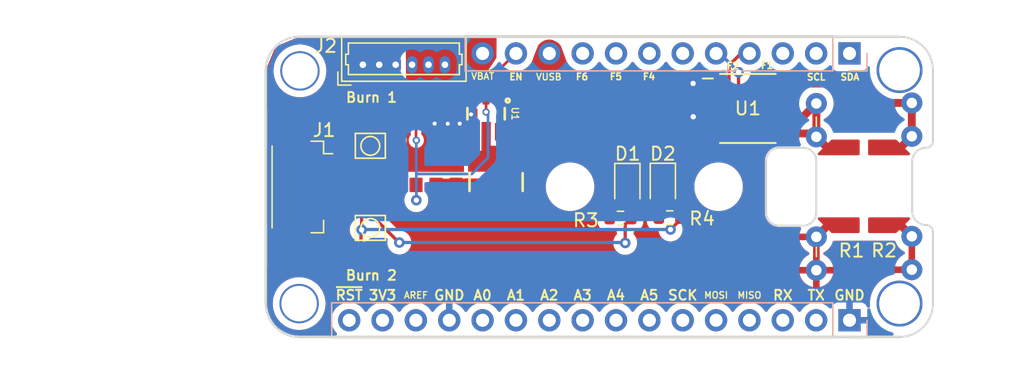
<source format=kicad_pcb>
(kicad_pcb (version 20240108) (generator "pcbnew") (generator_version "8.0")
  (layers (0 "F.Cu" mixed) (31 "B.Cu" signal) (34 "B.Paste" user) (35 "F.Paste" user) (36 "B.SilkS" user "B.Silkscreen") (37 "F.SilkS" user "F.Silkscreen") (38 "B.Mask" user) (39 "F.Mask" user) (44 "Edge.Cuts" user))
  (net 0 "")
  (net 1 "/TX")
  (net 2 "/RX")
  (net 3 "/MISO")
  (net 4 "/MOSI")
  (net 5 "/SCK")
  (net 6 "/A5")
  (net 7 "/A4")
  (net 8 "/A3")
  (net 9 "/A2")
  (net 10 "/A1")
  (net 11 "/A0")
  (net 12 "GND")
  (net 13 "/AREF")
  (net 14 "+3V3")
  (net 15 "/~{RST}")
  (net 16 "/SDA")
  (net 17 "/SCL")
  (net 18 "/F0")
  (net 19 "/F3")
  (net 20 "/F5")
  (net 21 "/F6")
  (net 22 "Vin")
  (net 23 "EN3V")
  (net 24 "IN1")
  (net 25 "IN2")
  (net 26 "Net-(D1-A)")
  (net 27 "Net-(D2-A)")
  (net 30 "Net-(R3-Pad2)")
  (net 31 "Net-(R4-Pad2)")
  (net 32 "unconnected-(U2-*INT{slash}SQW-Pad3)")
  (net 33 "+5V")
  (footprint "MountingHole:MountingHole_2.7mm_M2.5" (layer "F.Cu") (at 128 88)
    (property "Reference" "REF**" (hide yes))
    (property "Value" "MountingHole_2.7mm_M2.5")
    (pad "" np_thru_hole circle (at 0 0) (size 3 3) (drill 2.7) (layers "F&B.Cu" "*.Mask"))
  )
  (footprint "MountingHole:MountingHole_2.7mm_M2.5" (layer "F.Cu") (at 127.94 105.72)
    (property "Reference" "REF**" (hide yes))
    (property "Value" "MountingHole_2.6mm_M2.5" (hide yes))
    (pad "" np_thru_hole circle (at 0 0) (size 3 3) (drill 2.7) (layers "F&B.Cu" "*.Mask"))
  )
  (footprint "MountingHole:MountingHole_3.2mm_M3" (layer "F.Cu") (at 173.66 105.72)
    (property "Reference" "REF**" (hide yes))
    (property "Value" "MountingHole_3.1mm_M3")
    (pad "" np_thru_hole circle (at 0 0) (size 3.5 3.5) (drill 3.1) (layers "F&B.Cu" "*.Mask"))
  )
  (footprint "MountingHole:MountingHole_3.2mm_M3" (layer "F.Cu") (at 173.66 87.94)
    (property "Reference" "REF**" (hide yes))
    (property "Value" "MountingHole_3.1mm_M3")
    (pad "" np_thru_hole circle (at 0 0) (size 3.5 3.5) (drill 3.1) (layers "F&B.Cu" "*.Mask"))
  )
  (footprint "0603" (layer "F.Cu") (at 136.841 95.833 -90)
    (property "Reference" "R2" (hide yes))
    (property "Value" "100")
    (pad "1" smd roundrect (at -0.85 0 270) (size 1.1 1) (layers "F.Cu" "F.Paste" "F.Mask") (roundrect_rratio 0.0508) (net 12 "GND"))
    (pad "2" smd roundrect (at 0.85 0 270) (size 1.1 1) (layers "F.Cu" "F.Paste" "F.Mask") (roundrect_rratio 0.0508) (net 23 "EN3V"))
  )
  (footprint "LED_SMD:LED_0805_2012Metric" (layer "F.Cu") (at 152.935 96.732501 -90)
    (property "Reference" "D1" (at -2.420001 -0.02 0) (layer "F.SilkS"))
    (property "Value" "LED_RED_IN1" (hide yes))
    (fp_line (start -1.684999 0.96) (end 1 0.96) (stroke (width 0.12)) (layer "F.SilkS"))
    (fp_line (start -1.684999 -0.96) (end -1.684999 0.96) (stroke (width 0.12)) (layer "F.SilkS"))
    (fp_line (start 1 -0.96) (end -1.684999 -0.96) (stroke (width 0.12)) (layer "F.SilkS"))
    (pad "1" smd roundrect (at -0.937501 0 270) (size 0.975 1.4) (layers "F.Cu" "F.Paste" "F.Mask") (net 12 "GND"))
    (pad "2" smd roundrect (at 0.937501 0 270) (size 0.975 1.4) (layers "F.Cu" "F.Paste" "F.Mask") (net 26 "Net-(D1-A)"))
  )
  (footprint "Resistor_SMD:R_0603_1608Metric" (layer "F.Cu") (at 152.41 99.2125 180)
    (property "Reference" "R3" (at 2.64 -0.1675 0) (layer "F.SilkS"))
    (property "Value" "10" (hide yes))
    (fp_line (start -0.237258 0.5225) (end 0.237258 0.5225) (stroke (width 0.12)) (layer "F.SilkS"))
    (fp_line (start -0.237258 -0.5225) (end 0.237258 -0.5225) (stroke (width 0.12)) (layer "F.SilkS"))
    (pad "1" smd roundrect (at -0.825 0 180) (size 0.8 0.95) (layers "F.Cu" "F.Paste" "F.Mask") (net 24 "IN1"))
    (pad "2" smd roundrect (at 0.825 0 180) (size 0.8 0.95) (layers "F.Cu" "F.Paste" "F.Mask") (net 30 "Net-(R3-Pad2)"))
  )
  (footprint "SOT23-6" (layer "F.Cu") (at 142.175 91.261 180)
    (property "Reference" "U1" (at -1.905 0 -90) (layer "F.SilkS") (effects (font (size 0.512064 0.512064) (thickness 0.097536)) (justify bottom)))
    (property "Value" "BTS3405GXUMA1")
    (fp_line (start 1.4224 -0.4294) (end 1.4224 0.4294) (stroke (width 0.2032)) (layer "F.SilkS"))
    (fp_line (start -1.4224 0.4294) (end -1.4224 -0.4294) (stroke (width 0.2032)) (layer "F.SilkS"))
    (fp_circle (center -1.65 1) (end -1.5064 1) (stroke (width 0.2032)) (fill none) (layer "F.SilkS"))
    (pad "1" smd roundrect (at -0.95 1.3751 180) (size 0.55 1.35) (layers "F.Cu" "F.Paste" "F.Mask") (roundrect_rratio 0.09236363636) (net 33 "+5V"))
    (pad "2" smd roundrect (at 0 1.3751 180) (size 0.55 1.35) (layers "F.Cu" "F.Paste" "F.Mask") (roundrect_rratio 0.09236363636) (net 23 "EN3V"))
    (pad "3" smd roundrect (at 0.95 1.3751 180) (size 0.55 1.35) (layers "F.Cu" "F.Paste" "F.Mask") (roundrect_rratio 0.09236363636) (net 22 "Vin"))
    (pad "4" smd roundrect (at 0.95 -1.3751 180) (size 0.55 1.35) (layers "F.Cu" "F.Paste" "F.Mask") (roundrect_rratio 0.09236363636) (net 12 "GND"))
    (pad "5" smd roundrect (at 0 -1.3751 180) (size 0.55 1.35) (layers "F.Cu" "F.Paste" "F.Mask") (roundrect_rratio 0.09236363636) (net 22 "Vin"))
    (pad "6" smd roundrect (at -0.95 -1.3751 180) (size 0.55 1.35) (layers "F.Cu" "F.Paste" "F.Mask") (roundrect_rratio 0.09236363636) (net 31 "Net-(R4-Pad2)"))
  )
  (footprint "footprints2:PG-DSO-8-25_INF-L" (layer "F.Cu") (at 162.11 90.86)
    (property "Reference" "U1" (at 0 0 0) (layer "F.SilkS"))
    (property "Value" "BTS3405GXUMA1" (hide yes))
    (fp_line (start -2.1209 2.6289) (end 2.1209 2.6289) (stroke (width 0.1524)) (layer "F.SilkS"))
    (fp_line (start 2.1209 -2.6289) (end -2.1209 -2.6289) (stroke (width 0.1524)) (layer "F.SilkS"))
    (fp_text user "-" (at -3.045 -2.355 0) (layer "F.SilkS"))
    (pad "1" smd rect (at -2.6035 -1.905) (size 1.2954 0.508) (layers "F.Cu" "F.Paste" "F.Mask") (net 12 "GND"))
    (pad "2" smd rect (at -2.6035 -0.635) (size 1.2954 0.508) (layers "F.Cu" "F.Paste" "F.Mask") (net 24 "IN1"))
    (pad "3" smd rect (at -2.6035 0.635) (size 1.2954 0.508) (layers "F.Cu" "F.Paste" "F.Mask") (net 12 "GND"))
    (pad "4" smd rect (at -2.6035 1.905) (size 1.2954 0.508) (layers "F.Cu" "F.Paste" "F.Mask") (net 25 "IN2"))
    (pad "5" smd rect (at 2.6035 1.905) (size 1.2954 0.508) (layers "F.Cu" "F.Paste" "F.Mask") (net 26 "Net-(D1-A)"))
    (pad "6" smd rect (at 2.6035 0.635) (size 1.2954 0.508) (layers "F.Cu" "F.Paste" "F.Mask") (net 26 "Net-(D1-A)"))
    (pad "7" smd rect (at 2.6035 -0.635) (size 1.2954 0.508) (layers "F.Cu" "F.Paste" "F.Mask") (net 27 "Net-(D2-A)"))
    (pad "8" smd rect (at 2.6035 -1.905) (size 1.2954 0.508) (layers "F.Cu" "F.Paste" "F.Mask") (net 27 "Net-(D2-A)"))
  )
  (footprint "Resistor_THT:R_Axial_DIN0207_L6.3mm_D2.5mm_P7.62mm_Horizontal" (layer "F.Cu") (at 167.325 93.02 -90)
    (property "Reference" "R1" (hide yes))
    (property "Value" "100" (hide yes))
    (pad "1" thru_hole circle (at 0 0 270) (size 1.6 1.6) (drill 0.8) (layers "*.Cu" "*.Mask") (net 26 "Net-(D1-A)"))
    (pad "2" thru_hole oval (at 7.62 0 270) (size 1.6 1.6) (drill 0.8) (layers "*.Cu" "*.Mask") (net 33 "+5V"))
  )
  (footprint "Resistor_THT:R_Axial_DIN0207_L6.3mm_D2.5mm_P7.62mm_Horizontal" (layer "F.Cu") (at 174.595 92.98 -90)
    (property "Reference" "R2" (at 8.7 2.115 0) (layer "F.SilkS"))
    (property "Value" "100" (hide yes))
    (pad "1" thru_hole circle (at 0 0 270) (size 1.6 1.6) (drill 0.8) (layers "*.Cu" "*.Mask") (net 27 "Net-(D2-A)"))
    (pad "2" thru_hole oval (at 7.62 0 270) (size 1.6 1.6) (drill 0.8) (layers "*.Cu" "*.Mask") (net 33 "+5V"))
  )
  (footprint "MountingHole:MountingHole_3.2mm_M3" (layer "F.Cu") (at 105.41 96.82)
    (property "Reference" "REF**" (hide yes))
    (property "Value" "MountingHole_3.2mm_M3" (hide yes))
    (pad "" np_thru_hole circle (at 54.47 0) (size 3.2 3.2) (drill 3.2) (layers "F&B.Cu" "*.Mask"))
  )
  (footprint "0603" (layer "F.Cu") (at 139.889 95.833 90)
    (property "Reference" "C4" (hide yes))
    (property "Value" "22uF")
    (pad "1" smd roundrect (at -0.85 0 90) (size 1.1 1) (layers "F.Cu" "F.Paste" "F.Mask") (roundrect_rratio 0.0508) (net 33 "+5V"))
    (pad "2" smd roundrect (at 0.85 0 90) (size 1.1 1) (layers "F.Cu" "F.Paste" "F.Mask") (roundrect_rratio 0.0508) (net 12 "GND"))
  )
  (footprint "Connector_Molex:Molex_PicoBlade_53047-0610_1x06_P1.25mm_Vertical" (layer "F.Cu") (at 132.79 87.53)
    (property "Reference" "J2" (at -2.83 -1.43 0) (layer "F.SilkS"))
    (property "Value" "Molex_PicoBlade_53047-0610_1x06_P1.25mm_Vertical" (hide yes))
    (fp_line (start -1.9 1.55) (end -1.9 0.55) (stroke (width 0.12)) (layer "F.SilkS"))
    (fp_line (start -1.9 1.55) (end -0.9 1.55) (stroke (width 0.12)) (layer "F.SilkS"))
    (fp_line (start -1.61 -2.16) (end -1.61 1.26) (stroke (width 0.12)) (layer "F.SilkS"))
    (fp_line (start -1.61 1.26) (end 7.86 1.26) (stroke (width 0.12)) (layer "F.SilkS"))
    (fp_line (start -1.3 -0.8) (end -1.1 -0.8) (stroke (width 0.12)) (layer "F.SilkS"))
    (fp_line (start -1.3 0) (end -1.3 -0.8) (stroke (width 0.12)) (layer "F.SilkS"))
    (fp_line (start -1.1 -1.65) (end 3.125 -1.65) (stroke (width 0.12)) (layer "F.SilkS"))
    (fp_line (start -1.1 -0.8) (end -1.1 -1.65) (stroke (width 0.12)) (layer "F.SilkS"))
    (fp_line (start -1.1 0) (end -1.3 0) (stroke (width 0.12)) (layer "F.SilkS"))
    (fp_line (start -1.1 0.75) (end -1.1 0) (stroke (width 0.12)) (layer "F.SilkS"))
    (fp_line (start 3.125 0.75) (end -1.1 0.75) (stroke (width 0.12)) (layer "F.SilkS"))
    (fp_line (start 3.125 0.75) (end 7.35 0.75) (stroke (width 0.12)) (layer "F.SilkS"))
    (fp_line (start 7.35 -1.65) (end 3.125 -1.65) (stroke (width 0.12)) (layer "F.SilkS"))
    (fp_line (start 7.35 -0.8) (end 7.35 -1.65) (stroke (width 0.12)) (layer "F.SilkS"))
    (fp_line (start 7.35 0) (end 7.55 0) (stroke (width 0.12)) (layer "F.SilkS"))
    (fp_line (start 7.35 0.75) (end 7.35 0) (stroke (width 0.12)) (layer "F.SilkS"))
    (fp_line (start 7.55 -0.8) (end 7.35 -0.8) (stroke (width 0.12)) (layer "F.SilkS"))
    (fp_line (start 7.55 0) (end 7.55 -0.8) (stroke (width 0.12)) (layer "F.SilkS"))
    (fp_line (start 7.86 -2.16) (end -1.61 -2.16) (stroke (width 0.12)) (layer "F.SilkS"))
    (fp_line (start 7.86 1.26) (end 7.86 -2.16) (stroke (width 0.12)) (layer "F.SilkS"))
    (pad "1" thru_hole roundrect (at 0 0) (size 0.8 1.3) (drill 0.5) (layers "*.Cu" "*.Mask") (net 12 "GND"))
    (pad "2" thru_hole oval (at 1.25 0) (size 0.8 1.3) (drill 0.5) (layers "*.Cu" "*.Mask") (net 12 "GND"))
    (pad "3" thru_hole oval (at 2.5 0) (size 0.8 1.3) (drill 0.5) (layers "*.Cu" "*.Mask") (net 12 "GND"))
    (pad "4" thru_hole oval (at 3.75 0) (size 0.8 1.3) (drill 0.5) (layers "*.Cu" "*.Mask") (net 22 "Vin"))
    (pad "5" thru_hole oval (at 5 0) (size 0.8 1.3) (drill 0.5) (layers "*.Cu" "*.Mask") (net 22 "Vin"))
    (pad "6" thru_hole oval (at 6.25 0) (size 0.8 1.3) (drill 0.5) (layers "*.Cu" "*.Mask") (net 22 "Vin"))
  )
  (footprint "1210" (layer "F.Cu") (at 139.254 91.515 -90)
    (property "Reference" "C1" (hide yes))
    (property "Value" "10uF")
    (pad "" smd roundrect (at -1.755 0 270) (size 1.27 2.06) (layers "F.Cu" "F.Paste" "F.Mask") (roundrect_rratio 0.04) (net 22 "Vin"))
    (pad "2" smd roundrect (at 1.755 0 270) (size 1.27 2.06) (layers "F.Cu" "F.Paste" "F.Mask") (roundrect_rratio 0.04) (net 12 "GND"))
  )
  (footprint "0603" (layer "F.Cu") (at 138.365 95.833 90)
    (property "Reference" "C3" (hide yes))
    (property "Value" "0.1uF")
    (pad "1" smd roundrect (at -0.85 0 90) (size 1.1 1) (layers "F.Cu" "F.Paste" "F.Mask") (roundrect_rratio 0.0508) (net 33 "+5V"))
    (pad "2" smd roundrect (at 0.85 0 90) (size 1.1 1) (layers "F.Cu" "F.Paste" "F.Mask") (roundrect_rratio 0.0508) (net 12 "GND"))
  )
  (footprint "0603" (layer "F.Cu") (at 144.588 92.404 -90)
    (property "Reference" "C2" (hide yes))
    (property "Value" "0.1uF")
    (pad "1" smd roundrect (at -0.85 0 270) (size 1.1 1) (layers "F.Cu" "F.Paste" "F.Mask") (roundrect_rratio 0.0508))
    (pad "2" smd roundrect (at 0.85 0 270) (size 1.1 1) (layers "F.Cu" "F.Paste" "F.Mask") (roundrect_rratio 0.0508) (net 22 "Vin"))
  )
  (footprint "boron-v1.00:TACTILE_SWITCH_SMD" (layer "F.Cu") (at 133.36 99.96 -90)
    (property "Reference" "Burn 2" (at 4.05 1.95 0) (layer "F.SilkS") (effects (font (size 0.75 0.75) (thickness 0.15) (bold yes)) (justify left bottom)))
    (property "Value" "")
    (fp_line (start -0.9398 1.143) (end 0.9398 1.143) (stroke (width 0.127)) (layer "F.SilkS"))
    (fp_line (start 0.9398 1.143) (end 0.9398 -1.143) (stroke (width 0.127)) (layer "F.SilkS"))
    (fp_line (start -0.9492 1.1336) (end -0.9398 1.143) (stroke (width 0.127)) (layer "F.SilkS"))
    (fp_line (start 0.9398 -1.143) (end -0.9398 -1.143) (stroke (width 0.127)) (layer "F.SilkS"))
    (fp_line (start -0.9492 -1.1444) (end -0.9492 1.1336) (stroke (width 0.127)) (layer "F.SilkS"))
    (fp_circle (center 0 0) (end 0.715268 0) (stroke (width 0.127)) (fill none) (layer "F.SilkS"))
    (pad "1" smd rect (at -1.875 -0.775) (size 0.65 1.25) (layers "F.Cu" "F.Paste" "F.Mask") (net 33 "+5V"))
    (pad "2" smd rect (at 1.875 -0.775) (size 0.65 1.25) (layers "F.Cu" "F.Paste" "F.Mask") (net 33 "+5V"))
    (pad "3" smd rect (at -1.875 0.775) (size 0.65 1.25) (layers "F.Cu" "F.Paste" "F.Mask") (net 25 "IN2"))
    (pad "4" smd rect (at 1.875 0.775) (size 0.65 1.25) (layers "F.Cu" "F.Paste" "F.Mask") (net 25 "IN2"))
  )
  (footprint "MountingHole:MountingHole_3.2mm_M3" (layer "F.Cu") (at 132.57 96.82 -90)
    (property "Reference" "REF**" (hide yes))
    (property "Value" "MountingHole_3.2mm_M3" (hide yes))
    (pad "" np_thru_hole circle (at 0 -16 270) (size 3.2 3.2) (drill 3.2) (layers "F&B.Cu" "*.Mask"))
  )
  (footprint "Resistor_SMD:R_0603_1608Metric" (layer "F.Cu") (at 156.155 99.18 180)
    (property "Reference" "R4" (at -2.465 -0.07 0) (layer "F.SilkS"))
    (property "Value" "10" (hide yes))
    (fp_line (start -0.237258 0.5225) (end 0.237258 0.5225) (stroke (width 0.12)) (layer "F.SilkS"))
    (fp_line (start -0.237258 -0.5225) (end 0.237258 -0.5225) (stroke (width 0.12)) (layer "F.SilkS"))
    (pad "1" smd roundrect (at -0.825 0 180) (size 0.8 0.95) (layers "F.Cu" "F.Paste" "F.Mask") (net 25 "IN2"))
    (pad "2" smd roundrect (at 0.825 0 180) (size 0.8 0.95) (layers "F.Cu" "F.Paste" "F.Mask") (net 31 "Net-(R4-Pad2)"))
  )
  (footprint "Resistor_THT:R_Axial_DIN0309_L9.0mm_D3.2mm_P12.70mm_Horizontal" (layer "F.Cu") (at 174.595 90.44 -90)
    (property "Reference" "REF**" (hide yes))
    (property "Value" "R_Axial_DIN0309_L9.0mm_D3.2mm_P12.70mm_Horizontal" (hide yes))
    (pad "1" thru_hole circle (at 0 0 270) (size 1.6 1.6) (drill 0.8) (layers "*.Cu" "*.Mask") (net 27 "Net-(D2-A)"))
    (pad "2" thru_hole oval (at 12.7 0 270) (size 1.6 1.6) (drill 0.8) (layers "*.Cu" "*.Mask") (net 33 "+5V"))
  )
  (footprint "boron-v1.00:TACTILE_SWITCH_SMD" (layer "F.Cu") (at 133.36 93.71 -90)
    (property "Reference" "Burn 1" (at -3.25 1.94 0) (layer "F.SilkS") (effects (font (size 0.75 0.75) (thickness 0.15) (bold yes)) (justify left bottom)))
    (property "Value" "")
    (fp_line (start -0.9398 1.143) (end 0.9398 1.143) (stroke (width 0.127)) (layer "F.SilkS"))
    (fp_line (start 0.9398 1.143) (end 0.9398 -1.143) (stroke (width 0.127)) (layer "F.SilkS"))
    (fp_line (start -0.9492 1.1336) (end -0.9398 1.143) (stroke (width 0.127)) (layer "F.SilkS"))
    (fp_line (start 0.9398 -1.143) (end -0.9398 -1.143) (stroke (width 0.127)) (layer "F.SilkS"))
    (fp_line (start -0.9492 -1.1444) (end -0.9492 1.1336) (stroke (width 0.127)) (layer "F.SilkS"))
    (fp_circle (center 0 0) (end 0.715268 0) (stroke (width 0.127)) (fill none) (layer "F.SilkS"))
    (pad "1" smd rect (at -1.875 -0.775) (size 0.65 1.25) (layers "F.Cu" "F.Paste" "F.Mask") (net 33 "+5V"))
    (pad "2" smd rect (at 1.875 -0.775) (size 0.65 1.25) (layers "F.Cu" "F.Paste" "F.Mask") (net 33 "+5V"))
    (pad "3" smd rect (at -1.875 0.775) (size 0.65 1.25) (layers "F.Cu" "F.Paste" "F.Mask") (net 24 "IN1"))
    (pad "4" smd rect (at 1.875 0.775) (size 0.65 1.25) (layers "F.Cu" "F.Paste" "F.Mask") (net 24 "IN1"))
  )
  (footprint "LED_SMD:LED_0805_2012Metric" (layer "F.Cu") (at 155.635 96.72 -90)
    (property "Reference" "D2" (at -2.41 0 0) (layer "F.SilkS"))
    (property "Value" "LED_RED_IN2" (hide yes))
    (fp_line (start -1.685 0.96) (end 1 0.96) (stroke (width 0.12)) (layer "F.SilkS"))
    (fp_line (start -1.685 -0.96) (end -1.685 0.96) (stroke (width 0.12)) (layer "F.SilkS"))
    (fp_line (start 1 -0.96) (end -1.685 -0.96) (stroke (width 0.12)) (layer "F.SilkS"))
    (pad "1" smd roundrect (at -0.9375 0 270) (size 0.975 1.4) (layers "F.Cu" "F.Paste" "F.Mask") (net 12 "GND"))
    (pad "2" smd roundrect (at 0.9375 0 270) (size 0.975 1.4) (layers "F.Cu" "F.Paste" "F.Mask") (net 27 "Net-(D2-A)"))
  )
  (footprint "Connector_Molex:Molex_PicoBlade_53398-0471_1x04-1MP_P1.25mm_Vertical" (layer "F.Cu") (at 128.59 96.84 -90)
    (property "Reference" "J1" (at -4.33 -1.25 0) (layer "F.SilkS"))
    (property "Value" "Molex_PicoBlade_53398-0471_1x04-1MP_P1.25mm_Vertical" (hide yes))
    (fp_line (start -3.115 2.71) (end 3.115 2.71) (stroke (width 0.12)) (layer "F.SilkS"))
    (fp_line (start -3.485 -0.26) (end -3.485 -1.21) (stroke (width 0.12)) (layer "F.SilkS"))
    (fp_line (start 3.485 -0.26) (end 3.485 -1.21) (stroke (width 0.12)) (layer "F.SilkS"))
    (fp_line (start -3.485 -1.21) (end -2.535 -1.21) (stroke (width 0.12)) (layer "F.SilkS"))
    (fp_line (start -2.535 -1.21) (end -2.535 -1.9) (stroke (width 0.12)) (layer "F.SilkS"))
    (fp_line (start 3.485 -1.21) (end 2.535 -1.21) (stroke (width 0.12)) (layer "F.SilkS"))
    (pad "1" smd roundrect (at -1.875 -1.25 270) (size 0.8 1.3) (layers "F.Cu" "F.Paste" "F.Mask") (net 24 "IN1"))
    (pad "2" smd roundrect (at -0.625 -1.25 270) (size 0.8 1.3) (layers "F.Cu" "F.Paste" "F.Mask") (net 25 "IN2"))
    (pad "3" smd roundrect (at 0.625 -1.25 270) (size 0.8 1.3) (layers "F.Cu" "F.Paste" "F.Mask"))
    (pad "4" smd roundrect (at 1.875 -1.25 270) (size 0.8 1.3) (layers "F.Cu" "F.Paste" "F.Mask"))
    (pad "MP" smd roundrect (at -4.425 1.5 270) (size 2.1 3) (layers "F.Cu" "F.Paste" "F.Mask") (roundrect_rratio 0.119048))
    (pad "MP" smd roundrect (at 4.425 1.5 270) (size 2.1 3) (layers "F.Cu" "F.Paste" "F.Mask") (roundrect_rratio 0.119048))
  )
  (footprint "Resistor_SMD:R_2512_6332Metric" (layer "F.Cu") (at 169.025 96.79 90)
    (property "Reference" "R1" (hide yes))
    (property "Value" "100" (hide yes))
    (pad "1" smd custom (at 2.9625 0 90) (size 1 1) (layers "F.Cu" "F.Paste" "F.Mask") (net 26 "Net-(D1-A)") (options (clearance outline) (anchor circle)) (primitives (gr_poly (pts (xy -0.5 -1.5) (xy 0.5 -0.5) (xy 0.5 0.5) (xy -0.5 1.5)) (width 0) (fill yes)) (gr_poly (pts (xy -0.5 1.5) (xy 0.5 1.5) (xy 0.5 -0.5) (xy -0.5 -1.5)) (width 0.2) (fill yes)) (gr_rect (start -0.5 0.5) (end 0.5 1.5) (width 0.2) (fill no))))
    (pad "2" smd custom (at -2.9625 0 270) (size 1 1) (layers "F.Cu" "F.Paste" "F.Mask") (net 33 "+5V") (options (clearance outline) (anchor circle)) (primitives (gr_poly (pts (xy -0.5 -1.5) (xy 0.5 -0.5) (xy 0.5 0.5) (xy -0.5 1.5)) (width 0) (fill yes)) (gr_poly (pts (xy -0.5 -1.5) (xy -0.5 1.5) (xy 0.5 0.5) (xy 0.5 -1.5)) (width 0.2) (fill yes)) (gr_rect (start -0.5 -1.5) (end 0.5 -0.5) (width 0.2) (fill no))))
  )
  (footprint "0603" (layer "F.Cu") (at 136.841 90.88 90)
    (property "Reference" "R1" (hide yes))
    (property "Value" "100")
    (pad "1" smd roundrect (at -0.85 0 90) (size 1.1 1) (layers "F.Cu" "F.Paste" "F.Mask") (roundrect_rratio 0.0508) (net 23 "EN3V"))
    (pad "2" smd roundrect (at 0.85 0 90) (size 1.1 1) (layers "F.Cu" "F.Paste" "F.Mask") (roundrect_rratio 0.0508) (net 22 "Vin"))
  )
  (footprint "Resistor_THT:R_Axial_DIN0309_L9.0mm_D3.2mm_P12.70mm_Horizontal" (layer "F.Cu") (at 167.325 90.48 -90)
    (property "Reference" "R1" (at 11.21 -2.675 0) (layer "F.SilkS"))
    (property "Value" "100" (hide yes))
    (fp_line (start 1.04 0) (end 1.73 0) (stroke (width 0.12)) (layer "F.SilkS"))
    (fp_line (start 11.66 0) (end 10.97 0) (stroke (width 0.12)) (layer "F.SilkS"))
    (pad "1" thru_hole circle (at 0 0 270) (size 1.6 1.6) (drill 0.8) (layers "*.Cu" "*.Mask" "Dwgs.User") (net 26 "Net-(D1-A)"))
    (pad "2" thru_hole oval (at 12.7 0 270) (size 1.6 1.6) (drill 0.8) (layers "*.Cu" "*.Mask") (net 33 "+5V"))
  )
  (footprint "Resistor_SMD:R_2512_6332Metric" (layer "F.Cu") (at 172.865 96.79 90)
    (property "Reference" "R2" (hide yes))
    (property "Value" "100" (hide yes))
    (pad "1" smd custom (at 2.9625 0 90) (size 1 1) (layers "F.Cu" "F.Paste" "F.Mask") (net 27 "Net-(D2-A)") (options (clearance outline) (anchor circle)) (primitives (gr_rect (start -0.5 -1.5) (end 0.5 -0.5) (width 0.2) (fill no)) (gr_poly (pts (xy -0.5 1.5) (xy 0.5 0.5) (xy 0.5 -1.5) (xy -0.5 -1.5)) (width 0.2) (fill yes)) (gr_poly (pts (xy -0.5 -1.5) (xy 0.5 -0.5) (xy 0.5 0.5) (xy -0.5 1.5)) (width 0) (fill yes))))
    (pad "2" smd custom (at -2.9625 0 270) (size 1 1) (layers "F.Cu" "F.Paste" "F.Mask") (net 33 "+5V") (options (clearance outline) (anchor circle)) (primitives (gr_poly (pts (xy -0.5 -1.5) (xy 0.5 -0.5) (xy 0.5 0.5) (xy -0.5 1.5)) (width 0) (fill yes)) (gr_poly (pts (xy 0.5 -0.5) (xy -0.5 -1.5) (xy -0.5 1.5) (xy 0.5 1.5)) (width 0.2) (fill yes)) (gr_poly (pts (xy -0.5 -1.5) (xy -0.5 1.5) (xy 0.5 1.5) (xy 0.5 -0.5)) (width 0.2) (fill yes)) (gr_rect (start -0.5 0.5) (end 0.5 1.5) (width 0.2) (fill no))))
  )
  (footprint "INDUCTOR_4X4MM" (layer "F.Cu") (at 142.937 96.468)
    (property "Reference" "L1" (hide yes))
    (property "Value" "4.7uH")
    (fp_line (start -2.024062 -0.674687) (end -2.024062 0.674687) (stroke (width 0.2032)) (layer "F.SilkS"))
    (fp_line (start 2.024062 -0.674687) (end 2.024062 0.674687) (stroke (width 0.2032)) (layer "F.SilkS"))
    (pad "P$1" smd roundrect (at 0 -1.4732) (size 4.0894 1.143) (layers "F.Cu" "F.Paste" "F.Mask") (roundrect_rratio 0.04444444444) (net 22 "Vin"))
    (pad "P$2" smd roundrect (at 0 1.4732) (size 4.0894 1.143) (layers "F.Cu" "F.Paste" "F.Mask") (roundrect_rratio 0.04444444444) (net 33 "+5V"))
  )
  (footprint "Connector_PinHeader_2.54mm:PinHeader_1x16_P2.54mm_Vertical" (layer "B.Cu") (at 169.85 106.99 90)
    (property "Reference" "J3" (hide yes))
    (property "Value" "feather long" (hide yes))
    (fp_line (start -1.33 -39.43) (end 1.33 -39.43) (stroke (width 0.12)) (layer "B.SilkS"))
    (fp_line (start 1.33 -1.27) (end 1.33 -39.43) (stroke (width 0.12)) (layer "B.SilkS"))
    (fp_line (start -1.33 -1.27) (end -1.33 -39.43) (stroke (width 0.12)) (layer "B.SilkS"))
    (fp_line (start -1.33 -1.27) (end 1.33 -1.27) (stroke (width 0.12)) (layer "B.SilkS"))
    (fp_line (start -1.33 0) (end -1.33 1.33) (stroke (width 0.12)) (layer "B.SilkS"))
    (fp_line (start -1.33 1.33) (end 0 1.33) (stroke (width 0.12)) (layer "B.SilkS"))
    (pad "1" thru_hole rect (at 0 0 90) (size 1.7 1.7) (drill 1) (layers "*.Cu" "*.Mask") (net 12 "GND"))
    (pad "2" thru_hole oval (at 0 -2.54 90) (size 1.7 1.7) (drill 1) (layers "*.Cu" "*.Mask") (net 1 "/TX"))
    (pad "3" thru_hole oval (at 0 -5.08 90) (size 1.7 1.7) (drill 1) (layers "*.Cu" "*.Mask") (net 2 "/RX"))
    (pad "4" thru_hole oval (at 0 -7.62 90) (size 1.7 1.7) (drill 1) (layers "*.Cu" "*.Mask") (net 3 "/MISO"))
    (pad "5" thru_hole oval (at 0 -10.16 90) (size 1.7 1.7) (drill 1) (layers "*.Cu" "*.Mask") (net 4 "/MOSI"))
    (pad "6" thru_hole oval (at 0 -12.7 90) (size 1.7 1.7) (drill 1) (layers "*.Cu" "*.Mask") (net 5 "/SCK"))
    (pad "7" thru_hole oval (at 0 -15.24 90) (size 1.7 1.7) (drill 1) (layers "*.Cu" "*.Mask") (net 6 "/A5"))
    (pad "8" thru_hole oval (at 0 -17.78 90) (size 1.7 1.7) (drill 1) (layers "*.Cu" "*.Mask") (net 7 "/A4"))
    (pad "9" thru_hole oval (at 0 -20.32 90) (size 1.7 1.7) (drill 1) (layers "*.Cu" "*.Mask") (net 8 "/A3"))
    (pad "10" thru_hole oval (at 0 -22.86 90) (size 1.7 1.7) (drill 1) (layers "*.Cu" "*.Mask") (net 9 "/A2"))
    (pad "11" thru_hole oval (at 0 -25.4 90) (size 1.7 1.7) (drill 1) (layers "*.Cu" "*.Mask") (net 10 "/A1"))
    (pad "12" thru_hole oval (at 0 -27.94 90) (size 1.7 1.7) (drill 1) (layers "*.Cu" "*.Mask") (net 11 "/A0"))
    (pad "13" thru_hole oval (at 0 -30.48 90) (size 1.7 1.7) (drill 1) (layers "*.Cu" "*.Mask") (net 12 "GND"))
    (pad "14" thru_hole oval (at 0 -33.02 90) (size 1.7 1.7) (drill 1) (layers "*.Cu" "*.Mask") (net 13 "/AREF"))
    (pad "15" thru_hole oval (at 0 -35.56 90) (size 1.7 1.7) (drill 1) (layers "*.Cu" "*.Mask") (net 14 "+3V3"))
    (pad "16" thru_hole oval (at 0 -38.1 90) (size 1.7 1.7) (drill 1) (layers "*.Cu" "*.Mask") (net 15 "/~{RST}"))
  )
  (footprint "Connector_PinHeader_2.54mm:PinHeader_1x12_P2.54mm_Vertical" (layer "B.Cu") (at 169.85 86.67 90)
    (property "Reference" "J4" (hide yes))
    (property "Value" "feather short" (hide yes))
    (fp_line (start -1.33 -29.27) (end 1.33 -29.27) (stroke (width 0.12)) (layer "B.SilkS"))
    (fp_line (start 1.33 -1.27) (end 1.33 -29.27) (stroke (width 0.12)) (layer "B.SilkS"))
    (fp_line (start -1.33 -1.27) (end -1.33 -29.27) (stroke (width 0.12)) (layer "B.SilkS"))
    (fp_line (start -1.33 -1.27) (end 1.33 -1.27) (stroke (width 0.12)) (layer "B.SilkS"))
    (fp_line (start -1.33 0) (end -1.33 1.33) (stroke (width 0.12)) (layer "B.SilkS"))
    (fp_line (start -1.33 1.33) (end 0 1.33) (stroke (width 0.12)) (layer "B.SilkS"))
    (pad "1" thru_hole rect (at 0 0 90) (size 1.7 1.7) (drill 1) (layers "*.Cu" "*.Mask") (net 16 "/SDA"))
    (pad "2" thru_hole oval (at 0 -2.54 90) (size 1.7 1.7) (drill 1) (layers "*.Cu" "*.Mask") (net 17 "/SCL"))
    (pad "3" thru_hole oval (at 0 -5.08 90) (size 1.7 1.7) (drill 1) (layers "*.Cu" "*.Mask") (net 18 "/F0"))
    (pad "4" thru_hole oval (at 0 -7.62 90) (size 1.7 1.7) (drill 1) (layers "*.Cu" "*.Mask") (net 24 "IN1"))
    (pad "5" thru_hole oval (at 0 -10.16 90) (size 1.7 1.7) (drill 1) (layers "*.Cu" "*.Mask") (net 25 "IN2"))
    (pad "6" thru_hole oval (at 0 -12.7 90) (size 1.7 1.7) (drill 1) (layers "*.Cu" "*.Mask") (net 19 "/F3"))
    (pad "7" thru_hole oval (at 0 -15.24 90) (size 1.7 1.7) (drill 1) (layers "*.Cu" "*.Mask") (net 32 "unconnected-(U2-*INT{slash}SQW-Pad3)"))
    (pad "8" thru_hole oval (at 0 -17.78 90) (size 1.7 1.7) (drill 1) (layers "*.Cu" "*.Mask") (net 20 "/F5"))
    (pad "9" thru_hole oval (at 0 -20.32 90) (size 1.7 1.7) (drill 1) (layers "*.Cu" "*.Mask") (net 21 "/F6"))
    (pad "10" thru_hole oval (at 0 -22.86 90) (size 1.7 1.7) (drill 1) (layers "*.Cu" "*.Mask") (net 33 "+5V"))
    (pad "11" thru_hole oval (at 0 -25.4 90) (size 1.7 1.7) (drill 1) (layers "*.Cu" "*.Mask") (net 23 "EN3V"))
    (pad "12" thru_hole oval (at 0 -27.94 90) (size 1.7 1.7) (drill 1) (layers "*.Cu" "*.Mask") (net 22 "Vin"))
  )
  (gr_arc (start 164.499997 99.784948) (mid 163.79289 99.492054) (end 163.499997 98.784947) (stroke (width 0.15)) (layer "Edge.Cuts"))
  (gr_arc (start 174.62 94.9125) (mid 174.931199 94.161199) (end 175.6825 93.85) (stroke (width 0.15)) (layer "Edge.Cuts"))
  (gr_line (start 166.309901 99.784948) (end 164.499997 99.784948) (stroke (width 0.15)) (layer "Edge.Cuts"))
  (gr_arc (start 166.320004 93.855) (mid 167.027107 94.147893) (end 167.32 94.855) (stroke (width 0.15)) (layer "Edge.Cuts"))
  (gr_arc (start 176.2 93.35) (mid 176.053553 93.703553) (end 175.7 93.85) (stroke (width 0.15)) (layer "Edge.Cuts"))
  (gr_line (start 173.66 108.259999) (end 127.94 108.26) (stroke (width 0.2)) (layer "Edge.Cuts"))
  (gr_arc (start 163.499999 94.854993) (mid 163.792894 94.147885) (end 164.500003 93.854994) (stroke (width 0.15)) (layer "Edge.Cuts"))
  (gr_line (start 127.94 85.4) (end 173.66 85.4) (stroke (width 0.2)) (layer "Edge.Cuts"))
  (gr_arc (start 125.4 87.94) (mid 126.143949 86.143949) (end 127.94 85.4) (stroke (width 0.15)) (layer "Edge.Cuts"))
  (gr_line (start 166.320004 93.855) (end 164.500003 93.854994) (stroke (width 0.15)) (layer "Edge.Cuts"))
  (gr_arc (start 127.94 108.26) (mid 126.143949 107.516051) (end 125.4 105.72) (stroke (width 0.15)) (layer "Edge.Cuts"))
  (gr_line (start 125.4 105.72) (end 125.4 87.94) (stroke (width 0.2)) (layer "Edge.Cuts"))
  (gr_line (start 163.499997 98.784947) (end 163.499999 94.854993) (stroke (width 0.15)) (layer "Edge.Cuts"))
  (gr_line (start 176.199996 105.72) (end 176.2 100.24) (stroke (width 0.15)) (layer "Edge.Cuts"))
  (gr_arc (start 175.6825 99.74) (mid 174.931199 99.428801) (end 174.62 98.6775) (stroke (width 0.15)) (layer "Edge.Cuts"))
  (gr_line (start 175.7 93.85) (end 175.6825 93.85) (stroke (width 0.15)) (layer "Edge.Cuts"))
  (gr_line (start 175.7 99.74) (end 175.6825 99.74) (stroke (width 0.15)) (layer "Edge.Cuts"))
  (gr_arc (start 176.199996 105.72) (mid 175.456048 107.516048) (end 173.66 108.259999) (stroke (width 0.15)) (layer "Edge.Cuts"))
  (gr_line (start 176.2 93.35) (end 176.2 87.940002) (stroke (width 0.15)) (layer "Edge.Cuts"))
  (gr_arc (start 167.32 98.785) (mid 167.023509 99.495686) (end 166.309901 99.784948) (stroke (width 0.15)) (layer "Edge.Cuts"))
  (gr_arc (start 175.7 99.74) (mid 176.053553 99.886447) (end 176.2 100.24) (stroke (width 0.15)) (layer "Edge.Cuts"))
  (gr_line (start 167.32 98.785) (end 167.32 94.855) (stroke (width 0.15)) (layer "Edge.Cuts"))
  (gr_line (start 174.62 98.6775) (end 174.62 94.9125) (stroke (width 0.15)) (layer "Edge.Cuts"))
  (gr_arc (start 173.66 85.4) (mid 175.456052 86.143949) (end 176.2 87.940002) (stroke (width 0.15)) (layer "Edge.Cuts"))
  (gr_text "3V3" (at 134.29 105.085 0) (layer "F.SilkS") (effects (font (size 0.75 0.75))))
  (gr_text "AREF" (at 136.83 105.085 0) (layer "F.SilkS") (effects (font (size 0.5 0.5) (thickness 0.1))))
  (gr_text "GND" (at 139.37 105.085 0) (layer "F.SilkS") (effects (font (size 0.75 0.75))))
  (gr_text "A0" (at 141.91 105.085 0) (layer "F.SilkS") (effects (font (size 0.75 0.75))))
  (gr_text "A1" (at 144.45 105.085 0) (layer "F.SilkS") (effects (font (size 0.75 0.75))))
  (gr_text "A2" (at 146.99 105.085 0) (layer "F.SilkS") (effects (font (size 0.75 0.75))))
  (gr_text "A3" (at 149.53 105.085 0) (layer "F.SilkS") (effects (font (size 0.75 0.75))))
  (gr_text "A4" (at 152.07 105.085 0) (layer "F.SilkS") (effects (font (size 0.75 0.75))))
  (gr_text "A5" (at 154.61 105.085 0) (layer "F.SilkS") (effects (font (size 0.75 0.75))))
  (gr_text "SCK" (at 157.15 105.085 0) (layer "F.SilkS") (effects (font (size 0.75 0.75))))
  (gr_text "MOSI" (at 159.69 105.085 0) (layer "F.SilkS") (effects (font (size 0.5 0.5) (thickness 0.1))))
  (gr_text "MISO" (at 162.23 105.085 0) (layer "F.SilkS") (effects (font (size 0.5 0.5) (thickness 0.1))))
  (gr_text "RX" (at 164.77 105.085 0) (layer "F.SilkS") (effects (font (size 0.75 0.75))))
  (gr_text "TX" (at 167.31 105.085 0) (layer "F.SilkS") (effects (font (size 0.75 0.75))))
  (gr_text "GND\n" (at 169.85 105.085 0) (layer "F.SilkS") (effects (font (size 0.75 0.75) (thickness 0.15) (bold yes))))
  (gr_text "SDA" (at 169.88 88.47 0) (layer "F.SilkS") (effects (font (size 0.5 0.5) (thickness 0.125))))
  (gr_text "SCL" (at 167.31 88.47 0) (layer "F.SilkS") (effects (font (size 0.5 0.5) (thickness 0.125))))
  (gr_text "F1" (at 163.57 87.59 0) (layer "F.SilkS") (effects (font (size 0.5 0.5) (thickness 0.125))))
  (gr_text "F2" (at 160.97 87.62 0) (layer "F.SilkS") (effects (font (size 0.5 0.5) (thickness 0.125))))
  (gr_text "F4" (at 154.58 88.44 0) (layer "F.SilkS") (effects (font (size 0.5 0.5) (thickness 0.125))))
  (gr_text "F5" (at 152.06 88.44 0) (layer "F.SilkS") (effects (font (size 0.5 0.5) (thickness 0.125))))
  (gr_text "F6" (at 149.48 88.45 0) (layer "F.SilkS") (effects (font (size 0.5 0.5) (thickness 0.125))))
  (gr_text "EN" (at 144.45 88.45 0) (layer "F.SilkS") (effects (font (size 0.5 0.5) (thickness 0.125))))
  (gr_text "VUSB" (at 146.95 88.46 0) (layer "F.SilkS") (effects (font (size 0.5 0.5) (thickness 0.1))))
  (gr_text "VBAT" (at 141.92 88.41 0) (layer "F.SilkS") (effects (font (size 0.5 0.5) (thickness 0.1))))
  (gr_text "~{RST}" (at 131.75 105.085 0) (layer "F.SilkS") (effects (font (size 0.75 0.75))))
  (segment (start 155.635 95.7825) (end 155.635 93.81) (width 0.25) (layer "F.Cu") (net 12))
  (segment (start 157.788604 88.955) (end 152.935 93.808604) (width 0.25) (layer "F.Cu") (net 12))
  (segment (start 157.94 88.955) (end 157.788604 88.955) (width 0.25) (layer "F.Cu") (net 12))
  (segment (start 159.5065 91.495) (end 157.95 91.495) (width 0.5) (layer "F.Cu") (net 12))
  (segment (start 155.635 93.81) (end 157.95 91.495) (width 0.25) (layer "F.Cu") (net 12))
  (segment (start 159.5065 88.955) (end 157.94 88.955) (width 0.5) (layer "F.Cu") (net 12))
  (segment (start 152.935 93.808604) (end 152.935 95.795) (width 0.25) (layer "F.Cu") (net 12))
  (via (at 157.95 91.495) (size 0.8) (drill 0.4) (layers "F.Cu" "B.Cu") (net 12))
  (via (at 140.1646 92.0146) (size 0.5588) (drill 0.3048) (layers "F.Cu" "B.Cu") (net 12))
  (via (at 157.94 88.955) (size 0.8) (drill 0.4) (layers "F.Cu" "B.Cu") (net 12))
  (via (at 141.03 91.31) (size 0.5588) (drill 0.3048) (layers "F.Cu" "B.Cu") (net 12))
  (via (at 139.254 92.023) (size 0.5588) (drill 0.3048) (layers "F.Cu" "B.Cu") (net 12))
  (via (at 138.2596 92.0146) (size 0.5588) (drill 0.3048) (layers "F.Cu" "B.Cu") (net 12))
  (segment (start 136.841 90.03) (end 138.984 90.03) (width 0.25) (layer "F.Cu") (net 22))
  (segment (start 136.8626 96.7046) (end 136.841 96.683) (width 0.2032) (layer "F.Cu") (net 23))
  (segment (start 142.175 88.905) (end 144.41 86.67) (width 0.2032) (layer "F.Cu") (net 23))
  (segment (start 144.41 86.67) (end 144.45 86.67) (width 0.2032) (layer "F.Cu") (net 23))
  (segment (start 136.8626 93.2846) (end 136.841 93.263) (width 0.2032) (layer "F.Cu") (net 23))
  (segment (start 136.841 93.263) (end 136.841 91.73) (width 0.2032) (layer "F.Cu") (net 23))
  (segment (start 142.175 89.8859) (end 142.175 88.905) (width 0.2032) (layer "F.Cu") (net 23))
  (segment (start 136.8626 97.8486) (end 136.8626 96.7046) (width 0.2032) (layer "F.Cu") (net 23))
  (segment (start 142.175 91.134) (end 142.175 89.8859) (width 0.2032) (layer "F.Cu") (net 23))
  (via (at 142.175 91.134) (size 0.5588) (drill 0.3048) (layers "F.Cu" "B.Cu") (net 23))
  (via (at 136.8626 97.8486) (size 0.8) (drill 0.4) (layers "F.Cu" "B.Cu") (net 23))
  (via (at 136.8626 93.2846) (size 0.5588) (drill 0.3048) (layers "F.Cu" "B.Cu") (net 23))
  (segment (start 136.8626 93.2846) (end 136.8626 97.8486) (width 0.2032) (layer "B.Cu") (net 23))
  (segment (start 142.3236 94.6094) (end 141.083 95.85) (width 0.2032) (layer "B.Cu") (net 23))
  (segment (start 142.311 91.162) (end 142.3236 91.1746) (width 0.2032) (layer "B.Cu") (net 23))
  (segment (start 142.3236 91.1746) (end 142.3236 94.6094) (width 0.2032) (layer "B.Cu") (net 23))
  (segment (start 141.083 95.85) (end 136.8948 95.85) (width 0.2032) (layer "B.Cu") (net 23))
  (segment (start 132.65 95.59) (end 132.65 96.04) (width 0.25) (layer "F.Cu") (net 24))
  (segment (start 133.41 98.94) (end 135.54 101.07) (width 0.25) (layer "F.Cu") (net 24))
  (segment (start 152.77 99.6775) (end 153.235 99.2125) (width 0.25) (layer "F.Cu") (net 24))
  (segment (start 132.65 95.59) (end 132.025 94.965) (width 0.25) (layer "F.Cu") (net 24))
  (segment (start 154.37 93.62) (end 157.765 90.225) (width 0.25) (layer "F.Cu") (net 24))
  (segment (start 157.765 90.225) (end 159.5065 90.225) (width 0.25) (layer "F.Cu") (net 24))
  (segment (start 133.41 96.8) (end 133.41 98.94) (width 0.25) (layer "F.Cu") (net 24))
  (segment (start 152.77 101.1) (end 152.77 99.6775) (width 0.25) (layer "F.Cu") (net 24))
  (segment (start 161.584695 86.67) (end 160.675 87.579695) (width 0.25) (layer "F.Cu") (net 24))
  (segment (start 153.235 99.2125) (end 154.37 98.0775) (width 0.25) (layer "F.Cu") (net 24))
  (segment (start 154.37 98.0775) (end 154.37 93.62) (width 0.25) (layer "F.Cu") (net 24))
  (segment (start 162.23 86.67) (end 161.584695 86.67) (width 0.25) (layer "F.Cu") (net 24))
  (segment (start 160.675 89.675) (end 160.125 90.225) (width 0.25) (layer "F.Cu") (net 24))
  (segment (start 132.65 91.84) (end 132.65 95.59) (width 0.25) (layer "F.Cu") (net 24))
  (segment (start 135.54 101.07) (end 135.57 101.07) (width 0.25) (layer "F.Cu") (net 24))
  (segment (start 160.675 87.579695) (end 160.675 89.675) (width 0.25) (layer "F.Cu") (net 24))
  (segment (start 162.23 86.67) (end 162.23 86.84) (width 0.25) (layer "F.Cu") (net 24))
  (segment (start 132.65 96.04) (end 133.41 96.8) (width 0.25) (layer "F.Cu") (net 24))
  (segment (start 132.025 94.965) (end 129.84 94.965) (width 0.25) (layer "F.Cu") (net 24))
  (segment (start 160.125 90.225) (end 159.5065 90.225) (width 0.25) (layer "F.Cu") (net 24))
  (via (at 152.77 101.1) (size 0.8) (drill 0.4) (layers "F.Cu" "B.Cu") (net 24))
  (via (at 135.57 101.07) (size 0.8) (drill 0.4) (layers "F.Cu" "B.Cu") (net 24))
  (segment (start 135.57 101.07) (end 152.74 101.07) (width 0.25) (layer "B.Cu") (net 24))
  (segment (start 152.74 101.07) (end 152.77 101.1) (width 0.25) (layer "B.Cu") (net 24))
  (segment (start 130.775 96.215) (end 129.84 96.215) (width 0.25) (layer "F.Cu") (net 25))
  (segment (start 157.005 99.155) (end 157.005 94.045) (width 0.25) (layer "F.Cu") (net 25))
  (segment (start 159.69 86.67) (end 159.07 86.67) (width 0.25) (layer "F.Cu") (net 25))
  (segment (start 132.65 100.15) (end 132.65 101.84) (width 0.25) (layer "F.Cu") (net 25))
  (segment (start 156.22 100.08) (end 156.98 99.32) (width 0.25) (layer "F.Cu") (net 25))
  (segment (start 161.4 88.1) (end 161.4 91.1532) (width 0.25) (layer "F.Cu") (net 25))
  (segment (start 161.4 91.1532) (end 159.7882 92.765) (width 0.25) (layer "F.Cu") (net 25))
  (segment (start 132.7 98.14) (end 130.775 96.215) (width 0.25) (layer "F.Cu") (net 25))
  (segment (start 159.69 86.67) (end 158.98 86.67) (width 0.25) (layer "F.Cu") (net 25))
  (segment (start 132.7 100.1) (end 132.65 100.15) (width 0.25) (layer "F.Cu") (net 25))
  (segment (start 159.69 86.67) (end 159.69 86.82) (width 0.25) (layer "F.Cu") (net 25))
  (segment (start 159.7882 92.765) (end 159.5065 92.765) (width 0.25) (layer "F.Cu") (net 25))
  (segment (start 156.98 99.18) (end 157.005 99.155) (width 0.25) (layer "F.Cu") (net 25))
  (segment (start 132.7 100.1) (end 132.7 98.14) (width 0.25) (layer "F.Cu") (net 25))
  (segment (start 156.98 99.32) (end 156.98 99.18) (width 0.25) (layer "F.Cu") (net 25))
  (segment (start 157.005 94.045) (end 158.285 92.765) (width 0.25) (layer "F.Cu") (net 25))
  (segment (start 158.285 92.765) (end 159.5065 92.765) (width 0.25) (layer "F.Cu") (net 25))
  (via (at 161.4 88.1) (size 0.8) (drill 0.4) (layers "F.Cu" "B.Cu") (net 25))
  (via (at 156.22 100.08) (size 0.8) (drill 0.4) (layers "F.Cu" "B.Cu") (net 25))
  (via (at 132.7 100.1) (size 0.8) (drill 0.4) (layers "F.Cu" "B.Cu") (net 25))
  (segment (start 159.97 86.67) (end 159.69 86.67) (width 0.25) (layer "B.Cu") (net 25))
  (segment (start 132.7 100.1) (end 132.72 100.08) (width 0.25) (layer "B.Cu") (net 25))
  (segment (start 132.72 100.08) (end 156.22 100.08) (width 0.25) (layer "B.Cu") (net 25))
  (segment (start 161.4 88.1) (end 159.97 86.67) (width 0.25) (layer "B.Cu") (net 25))
  (segment (start 167.325 90.48) (end 166.31 91.495) (width 0.6) (layer "F.Cu") (net 26))
  (segment (start 167.325 93.02) (end 167.07 92.765) (width 0.6) (layer "F.Cu") (net 26))
  (segment (start 167.325 90.48) (end 167.325 91.47) (width 0.6) (layer "F.Cu") (net 26))
  (segment (start 167.515 90.48) (end 167.325 90.48) (width 0.6) (layer "F.Cu") (net 26))
  (segment (start 166.31 91.495) (end 164.7135 91.495) (width 0.6) (layer "F.Cu") (net 26))
  (segment (start 167.325 93.02) (end 167.325 90.48) (width 0.6) (layer "F.Cu") (net 26))
  (segment (start 167.325 93.02) (end 168.1325 93.8275) (width 0.6) (layer "F.Cu") (net 26))
  (segment (start 168.1325 93.8275) (end 169.025 93.8275) (width 0.6) (layer "F.Cu") (net 26))
  (segment (start 167.07 92.765) (end 164.7135 92.765) (width 0.6) (layer "F.Cu") (net 26))
  (segment (start 167.325 93.02) (end 167.325 92.895) (width 0.6) (layer "F.Cu") (net 26))
  (segment (start 174.595 92.98) (end 173.7475 93.8275) (width 0.6) (layer "F.Cu") (net 27))
  (segment (start 166.445 88.955) (end 167.638478 88.955) (width 0.6) (layer "F.Cu") (net 27))
  (segment (start 174.595 92.98) (end 174.595 90.44) (width 0.6) (layer "F.Cu") (net 27))
  (segment (start 164.7135 90.225) (end 165.175 90.225) (width 0.6) (layer "F.Cu") (net 27))
  (segment (start 165.175 90.225) (end 166.445 88.955) (width 0.6) (layer "F.Cu") (net 27))
  (segment (start 167.638478 88.955) (end 164.7135 88.955) (width 0.6) (layer "F.Cu") (net 27))
  (segment (start 174.595 90.44) (end 171.68 90.44) (width 0.6) (layer "F.Cu") (net 27))
  (segment (start 173.7475 93.8275) (end 172.865 93.8275) (width 0.6) (layer "F.Cu") (net 27))
  (segment (start 170.195 88.955) (end 167.638478 88.955) (width 0.6) (layer "F.Cu") (net 27))
  (segment (start 171.68 90.44) (end 170.195 88.955) (width 0.6) (layer "F.Cu") (net 27))
  (segment (start 174.595 92.98) (end 174.15 92.98) (width 0.6) (layer "B.Cu") (net 27))
  (segment (start 154.52 86.76) (end 154.61 86.67) (width 0.25) (layer "B.Cu") (net 32))
  (segment (start 174.33 100.6) (end 174.595 100.6) (width 0.25) (layer "F.Cu") (net 33))
  (segment (start 173.7475 99.7525) (end 172.865 99.7525) (width 0.6) (layer "F.Cu") (net 33))
  (segment (start 174.595 100.6) (end 173.7475 99.7525) (width 0.6) (layer "F.Cu") (net 33))
  (segment (start 168.2125 99.7525) (end 169.025 99.7525) (width 0.6) (layer "F.Cu") (net 33))
  (segment (start 167.325 100.64) (end 168.2125 99.7525) (width 0.6) (layer "F.Cu") (net 33))
  (zone (net 12) (net_name "GND") (layer "F.Cu") (priority 4) (connect_pads yes (clearance 0.3048)) (min_thickness 0.1016) (fill yes (thermal_gap 0.5) (thermal_bridge_width 0.5))
    (polygon (pts (xy 136.116 95.6722) (xy 136.116 92.548) (xy 137.777 92.548) (xy 137.777 90.77) (xy 141.5132 90.77) (xy 141.5132 95.6722)))
  )
  (zone (net 0) (net_name "") (layer "F.Cu") (connect_pads yes (clearance 0)) (min_thickness 0.1016)
    (keepout (tracks allowed) (vias allowed) (pads allowed) (copperpour not_allowed) (footprints allowed))
    (fill (thermal_gap 0.5) (thermal_bridge_width 0.5))
    (polygon (pts (xy 136.114139 92.092202) (xy 136.054139 85.392202) (xy 135.524139 85.422202) (xy 135.514139 92.622202) (xy 136.094139 92.622202)))
  )
  (zone (net 0) (net_name "") (layer "F.Cu") (connect_pads (clearance 0)) (min_thickness 0.25)
    (keepout (tracks allowed) (vias allowed) (pads allowed) (copperpour not_allowed) (footprints allowed))
    (fill (thermal_gap 0.5) (thermal_bridge_width 0.5))
    (polygon (pts (xy 176.24 92.71) (xy 174.79 92.77) (xy 174.63 90.45) (xy 175.27 89.1) (xy 176.11 88.01) (xy 176.44 87.99) (xy 176.45 92.71)))
  )
  (zone (net 22) (net_name "Vin") (layer "F.Cu") (priority 2) (connect_pads yes (clearance 0)) (min_thickness 0.1016) (fill yes (thermal_gap 0.5) (thermal_bridge_width 0.5))
    (polygon (pts (xy 135.824 90.52) (xy 141.514 90.55) (xy 141.524 89.2) (xy 142.964 87.01) (xy 142.98 85.3) (xy 135.824 85.32)))
  )
  (zone (net 33) (net_name "+5V") (layer "F.Cu") (connect_pads (clearance 0.508)) (min_thickness 0.25) (fill yes (thermal_gap 0.5) (thermal_bridge_width 0.5))
    (polygon (pts (xy 125.39 96.75) (xy 125.4 87.94) (xy 126.143949 86.143949) (xy 127.94 85.4) (xy 173.99 85.18) (xy 175.796051 85.983949) (xy 176.38 87.88) (xy 176.36 105.82) (xy 175.556051 107.796051) (xy 173.66 108.43) (xy 127.94 108.26) (xy 126.143949 107.516051) (xy 125.4 105.72) (xy 125.4 96.83)))
  )
  (zone (net 0) (net_name "") (layer "F.Cu") (connect_pads yes (clearance 0)) (min_thickness 0.1016)
    (keepout (tracks allowed) (vias allowed) (pads allowed) (copperpour not_allowed) (footprints allowed))
    (fill (thermal_gap 0.5) (thermal_bridge_width 0.5))
    (polygon (pts (xy 148.22 87.03) (xy 147.87 86.09) (xy 147.7 85.89) (xy 147.49 85.76) (xy 147.26 85.65) (xy 147.07 85.61) (xy 146.84 85.62) (xy 146.62 85.68) (xy 146.37 85.82) (xy 146.15 86.03) (xy 145.76 87.01) (xy 145.2 85.28) (xy 148.86 85.28) (xy 148.33 86.56)))
  )
  (zone (net 12) (net_name "GND") (layer "F.Cu") (priority 4) (connect_pads yes (clearance 0.3048)) (min_thickness 0.1016) (fill yes (thermal_gap 0.5) (thermal_bridge_width 0.5))
    (polygon (pts (xy 136.1044 95.6806) (xy 136.126 92.548) (xy 137.777 92.548) (xy 137.777 90.77) (xy 141.5132 90.77) (xy 141.5216 95.7006)))
  )
  (zone (net 0) (net_name "") (layer "F.Cu") (connect_pads (clearance 0)) (min_thickness 0.25)
    (keepout (tracks allowed) (vias allowed) (pads allowed) (copperpour not_allowed) (footprints allowed))
    (fill (thermal_gap 0.5) (thermal_bridge_width 0.5))
    (polygon (pts (xy 143.78 90.75) (xy 142.69 90.75) (xy 142.69 91.29) (xy 143.77 91.29) (xy 143.77 90.76)))
  )
  (zone (net 22) (net_name "Vin") (layer "F.Cu") (priority 6) (connect_pads yes (clearance 0.3048)) (min_thickness 0.1016) (fill yes (thermal_gap 0.5) (thermal_bridge_width 0.5))
    (polygon (pts (xy 140.8034 95.6806) (xy 140.8034 94.0804) (xy 141.8194 94.0804) (xy 141.8294 91.8844) (xy 142.5406 91.8844) (xy 142.5306 93.6994) (xy 143.9784 93.6994) (xy 143.9784 92.5564) (xy 145.3576 92.5464) (xy 145.3576 95.6706)))
  )
  (zone (net 0) (net_name "") (layers "F&B.Cu" "Edge.Cuts") (connect_pads (clearance 0)) (min_thickness 0.25)
    (keepout (tracks allowed) (vias allowed) (pads allowed) (copperpour not_allowed) (footprints allowed))
    (fill (thermal_gap 0.5) (thermal_bridge_width 0.5))
    (polygon (pts (xy 166.71 93.56) (xy 167.37 92.72) (xy 176.24 92.71) (xy 176.2 100.93) (xy 166.7 100.94)))
  )
  (zone (net 12) (net_name "GND") (layer "B.Cu") (priority 1) (connect_pads (clearance 0.508)) (min_thickness 0.25) (fill yes (thermal_gap 0.5) (thermal_bridge_width 0.5))
    (polygon (pts (xy 176.27593 96.813476) (xy 176.39 87.34) (xy 175.47 85.69) (xy 173.72 85.26) (xy 128.02593 85.393476) (xy 126.229879 86.137425) (xy 125.48593 87.933476) (xy 125.30593 105.793476) (xy 126.05593 107.643476) (xy 127.86593 108.503476) (xy 174.13 108.44) (xy 175.65 107.64) (xy 176.33 106.2) (xy 176.28593 96.823476)))
  )
)
</source>
